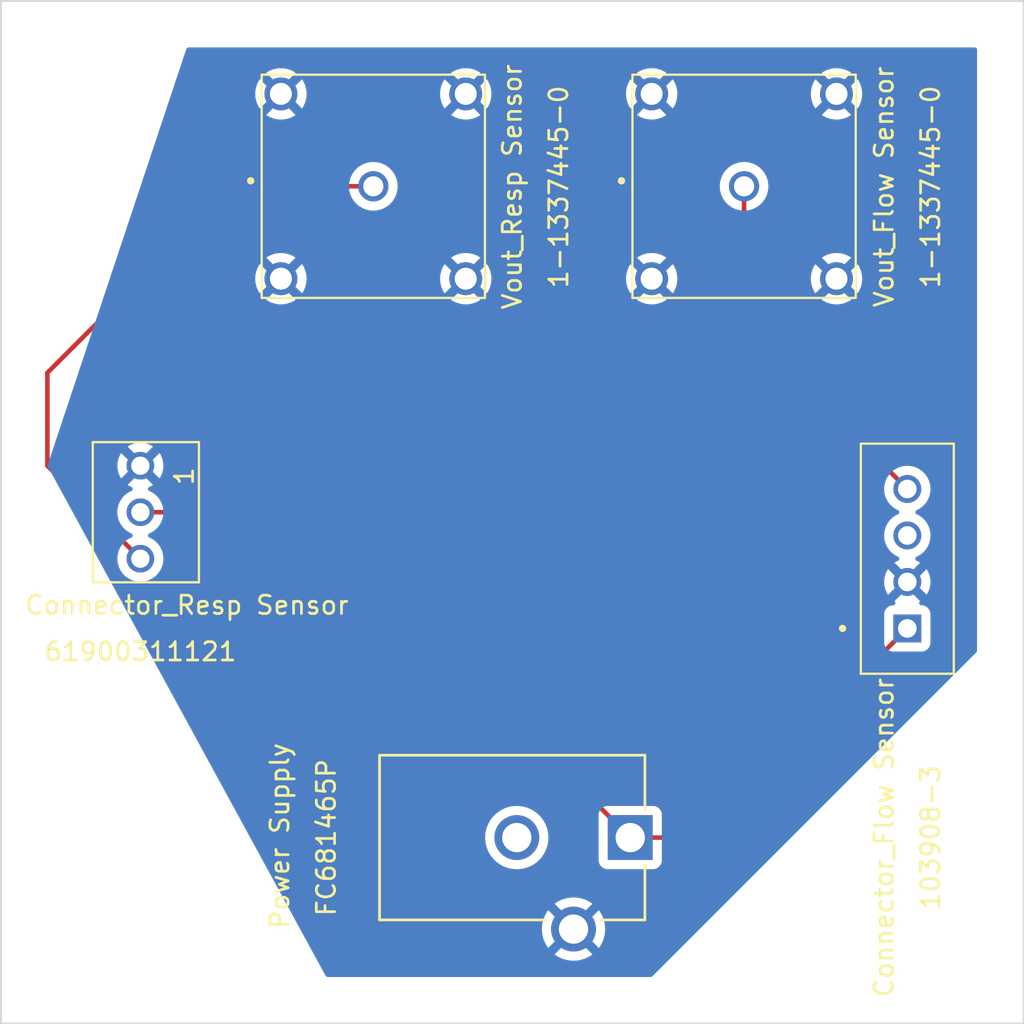
<source format=kicad_pcb>
(kicad_pcb (version 20221018) (generator pcbnew)
  (layers (0 "F.Cu" signal) (31 "B.Cu" signal) (34 "B.Paste" user) (35 "F.Paste" user) (36 "B.SilkS" user "B.Silkscreen") (37 "F.SilkS" user "F.Silkscreen") (38 "B.Mask" user) (39 "F.Mask" user) (44 "Edge.Cuts" user))
  (net 0 "")
  (net 1 "Net-(J1-Pad1)")
  (net 3 "Net-(J2-Pad4)")
  (net 4 "Net-(J3-Pad1)")
  (net 6 "Net-(J1-Pad2)")
  (footprint "eec:CLIFF-FC681465P-0" (layer "F.Cu") (at 111.76 116.84)
    (fp_text reference "Power Supply" (at -12.7 5.08 90) (layer "F.SilkS") (effects (justify left)))
    (fp_text value "FC681465P" (at -10.16 0 90) (layer "F.SilkS"))
    (fp_line (start -7.25 -4.5) (end 7.25 -4.5) (stroke (width 0.15)) (layer "F.SilkS"))
    (fp_line (start -7.25 4.5) (end -7.25 -4.5) (stroke (width 0.15)) (layer "F.SilkS"))
    (fp_line (start -7.25 4.5) (end 1.824999 4.5) (stroke (width 0.15)) (layer "F.SilkS"))
    (fp_line (start 4.874999 4.5) (end 7.25 4.5) (stroke (width 0.15)) (layer "F.SilkS"))
    (fp_line (start 7.25 -1.525) (end 7.25 -4.5) (stroke (width 0.15)) (layer "F.SilkS"))
    (fp_line (start 7.25 4.5) (end 7.25 1.525) (stroke (width 0.15)) (layer "F.SilkS"))
    (pad "1" thru_hole rect (at 6.449999 0) (size 2.45 2.45) (drill 1.6) (layers "*.Cu") (net 1 "Net-(J1-Pad1)"))
    (pad "2" thru_hole circle (at 3.349999 5) (size 2.45 2.45) (drill 1.6) (layers "*.Cu") (net 6 "Net-(J1-Pad2)"))
    (pad "3" thru_hole circle (at 0.249999 0) (size 2.45 2.45) (drill 1.6) (layers "*.Cu"))
  )
  (footprint "103908-3:TE_103908-3" (layer "F.Cu") (at 133.35 101.6 90)
    (fp_text reference "Connector_Flow Sensor" (at -15.24 -1.27 90) (layer "F.SilkS"))
    (fp_text value "103908-3" (at -15.24 1.27 90) (layer "F.SilkS"))
    (fp_line (start -6.287 -2.54) (end 6.287 -2.54) (stroke (width 0.127)) (layer "F.SilkS"))
    (fp_line (start -6.287 2.54) (end -6.287 -2.54) (stroke (width 0.127)) (layer "F.SilkS"))
    (fp_line (start 6.287 -2.54) (end 6.287 2.54) (stroke (width 0.127)) (layer "F.SilkS"))
    (fp_line (start 6.287 2.54) (end -6.287 2.54) (stroke (width 0.127)) (layer "F.SilkS"))
    (fp_circle (center -3.81 -3.54) (end -3.71 -3.54) (stroke (width 0.2)) (fill none) (layer "F.SilkS"))
    (pad "1" thru_hole rect (at -3.81 0 90) (size 1.524 1.524) (drill 1.016) (layers "*.Cu" "*.Mask") (net 1 "Net-(J1-Pad1)"))
    (pad "2" thru_hole circle (at -1.27 0 90) (size 1.524 1.524) (drill 1.016) (layers "*.Cu" "*.Mask") (net 6 "Net-(J1-Pad2)"))
    (pad "3" thru_hole circle (at 1.27 0 90) (size 1.524 1.524) (drill 1.016) (layers "*.Cu" "*.Mask"))
    (pad "4" thru_hole circle (at 3.81 0 90) (size 1.524 1.524) (drill 1.016) (layers "*.Cu" "*.Mask") (net 3 "Net-(J2-Pad4)"))
  )
  (footprint "61900311121:61900311121" (layer "F.Cu") (at 91.44 99.06 90)
    (fp_text reference "Connector_Resp Sensor" (at -5.08 2.54) (layer "F.SilkS"))
    (fp_text value "61900311121" (at -7.62 0) (layer "F.SilkS"))
    (fp_text user "1" (at 1.97 2.4 90) (layer "F.SilkS"))
    (fp_line (start -3.83 -2.6) (end 3.83 -2.6) (stroke (width 0.127)) (layer "F.SilkS"))
    (fp_line (start -3.83 3.2) (end -3.83 -2.6) (stroke (width 0.127)) (layer "F.SilkS"))
    (fp_line (start 3.83 -2.6) (end 3.83 3.2) (stroke (width 0.127)) (layer "F.SilkS"))
    (fp_line (start 3.83 3.2) (end -3.83 3.2) (stroke (width 0.127)) (layer "F.SilkS"))
    (pad "1" thru_hole circle (at 2.54 0 90) (size 1.508 1.508) (drill 1) (layers "*.Cu" "*.Mask") (net 6 "Net-(J1-Pad2)"))
    (pad "2" thru_hole circle (at 0 0 90) (size 1.508 1.508) (drill 1) (layers "*.Cu" "*.Mask") (net 1 "Net-(J1-Pad1)"))
    (pad "3" thru_hole circle (at -2.54 0 90) (size 1.508 1.508) (drill 1) (layers "*.Cu" "*.Mask") (net 4 "Net-(J3-Pad1)"))
  )
  (footprint "1-1337445-0:TE_1-1337445-0" (layer "F.Cu") (at 104.17 81.25)
    (fp_text reference "Vout_Resp Sensor" (at 7.59 0.03 90) (layer "F.SilkS"))
    (fp_text value "1-1337445-0" (at 10.13 0.03 90) (layer "F.SilkS"))
    (fp_line (start -6.1 -6.1) (end 6.1 -6.1) (stroke (width 0.127)) (layer "F.SilkS"))
    (fp_line (start -6.1 0) (end -6.1 -6.1) (stroke (width 0.127)) (layer "F.SilkS"))
    (fp_line (start -6.1 6.1) (end -6.1 0) (stroke (width 0.127)) (layer "F.SilkS"))
    (fp_line (start 6.1 -6.1) (end 6.1 6.1) (stroke (width 0.127)) (layer "F.SilkS"))
    (fp_line (start 6.1 6.1) (end -6.1 6.1) (stroke (width 0.127)) (layer "F.SilkS"))
    (fp_circle (center -6.7 -0.3) (end -6.6 -0.3) (stroke (width 0.2)) (fill none) (layer "F.SilkS"))
    (pad "1" thru_hole circle (at 0 0) (size 1.65 1.65) (drill 1.1) (layers "*.Cu" "*.Mask") (net 4 "Net-(J3-Pad1)"))
    (pad "2" thru_hole circle (at -5.05 -5.05) (size 1.8 1.8) (drill 1.2) (layers "*.Cu" "*.Mask") (net 6 "Net-(J1-Pad2)"))
    (pad "3" thru_hole circle (at 5.05 -5.05) (size 1.8 1.8) (drill 1.2) (layers "*.Cu" "*.Mask") (net 6 "Net-(J1-Pad2)"))
    (pad "4" thru_hole circle (at 5.05 5.05) (size 1.8 1.8) (drill 1.2) (layers "*.Cu" "*.Mask") (net 6 "Net-(J1-Pad2)"))
    (pad "5" thru_hole circle (at -5.05 5.05) (size 1.8 1.8) (drill 1.2) (layers "*.Cu" "*.Mask") (net 6 "Net-(J1-Pad2)"))
  )
  (footprint "1-1337445-0:TE_1-1337445-0" (layer "F.Cu") (at 124.43 81.25)
    (fp_text reference "Vout_Flow Sensor" (at 7.65 0.03 90) (layer "F.SilkS"))
    (fp_text value "1-1337445-0" (at 10.19 0.03 90) (layer "F.SilkS"))
    (fp_line (start -6.1 -6.1) (end 6.1 -6.1) (stroke (width 0.127)) (layer "F.SilkS"))
    (fp_line (start -6.1 0) (end -6.1 -6.1) (stroke (width 0.127)) (layer "F.SilkS"))
    (fp_line (start -6.1 6.1) (end -6.1 0) (stroke (width 0.127)) (layer "F.SilkS"))
    (fp_line (start 6.1 -6.1) (end 6.1 6.1) (stroke (width 0.127)) (layer "F.SilkS"))
    (fp_line (start 6.1 6.1) (end -6.1 6.1) (stroke (width 0.127)) (layer "F.SilkS"))
    (fp_circle (center -6.7 -0.3) (end -6.6 -0.3) (stroke (width 0.2)) (fill none) (layer "F.SilkS"))
    (pad "1" thru_hole circle (at 0 0) (size 1.65 1.65) (drill 1.1) (layers "*.Cu" "*.Mask") (net 3 "Net-(J2-Pad4)"))
    (pad "2" thru_hole circle (at -5.05 -5.05) (size 1.8 1.8) (drill 1.2) (layers "*.Cu" "*.Mask") (net 6 "Net-(J1-Pad2)"))
    (pad "3" thru_hole circle (at 5.05 -5.05) (size 1.8 1.8) (drill 1.2) (layers "*.Cu" "*.Mask") (net 6 "Net-(J1-Pad2)"))
    (pad "4" thru_hole circle (at 5.05 5.05) (size 1.8 1.8) (drill 1.2) (layers "*.Cu" "*.Mask") (net 6 "Net-(J1-Pad2)"))
    (pad "5" thru_hole circle (at -5.05 5.05) (size 1.8 1.8) (drill 1.2) (layers "*.Cu" "*.Mask") (net 6 "Net-(J1-Pad2)"))
  )
  (gr_rect (start 83.82 71.12) (end 139.7 127) (stroke (width 0.1)) (fill none) (layer "Edge.Cuts"))
  (segment (start 118.209999 116.84) (end 100.429999 99.06) (width 0.25) (layer "F.Cu") (net 1))
  (segment (start 121.92 116.84) (end 133.35 105.41) (width 0.25) (layer "F.Cu") (net 1))
  (segment (start 118.209999 116.84) (end 121.92 116.84) (width 0.25) (layer "F.Cu") (net 1))
  (segment (start 100.429999 99.06) (end 91.44 99.06) (width 0.25) (layer "F.Cu") (net 1))
  (segment (start 133.35 97.79) (end 124.43 88.87) (width 0.25) (layer "F.Cu") (net 3))
  (segment (start 124.43 88.87) (end 124.43 81.25) (width 0.25) (layer "F.Cu") (net 3))
  (segment (start 96.55 81.25) (end 104.17 81.25) (width 0.25) (layer "F.Cu") (net 4))
  (segment (start 86.36 91.44) (end 96.55 81.25) (width 0.25) (layer "F.Cu") (net 4))
  (segment (start 86.36 91.44) (end 86.36 96.52) (width 0.25) (layer "F.Cu") (net 4))
  (segment (start 86.36 96.52) (end 91.44 101.6) (width 0.25) (layer "F.Cu") (net 4))
  (zone (net 6) (net_name "Net-(J1-Pad2)") (layer "B.Cu") (connect_pads (clearance 0.5)) (min_thickness 0.25) (fill yes (thermal_gap 0.5) (thermal_bridge_width 0.5))
    (polygon (pts (xy 93.98 73.66) (xy 137.16 73.66) (xy 137.16 106.68) (xy 119.38 124.46) (xy 101.6 124.46) (xy 86.36 96.52)))
  )
)
</source>
